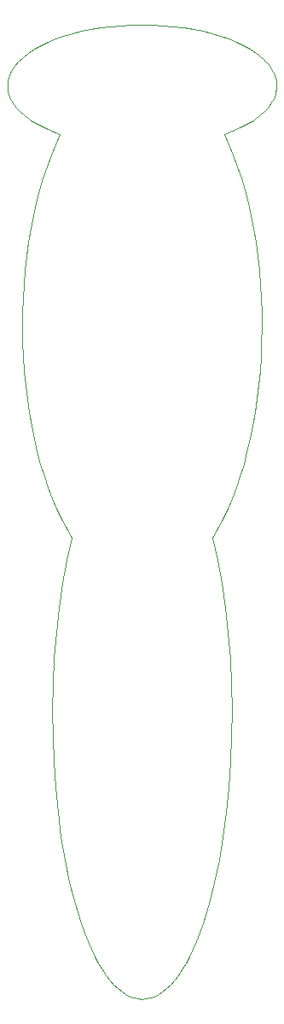
<source format=gm1>
%TF.GenerationSoftware,KiCad,Pcbnew,(6.99.0-3809-g2741d0eb4b)*%
%TF.CreationDate,2022-10-14T18:55:23-04:00*%
%TF.ProjectId,ButterflyBadge,42757474-6572-4666-9c79-42616467652e,rev?*%
%TF.SameCoordinates,Original*%
%TF.FileFunction,Profile,NP*%
%FSLAX46Y46*%
G04 Gerber Fmt 4.6, Leading zero omitted, Abs format (unit mm)*
G04 Created by KiCad (PCBNEW (6.99.0-3809-g2741d0eb4b)) date 2022-10-14 18:55:23*
%MOMM*%
%LPD*%
G01*
G04 APERTURE LIST*
%TA.AperFunction,Profile*%
%ADD10C,0.110000*%
%TD*%
G04 APERTURE END LIST*
D10*
X181973226Y-53064832D02*
X181996609Y-53297487D01*
X201992398Y-133928746D02*
X202526561Y-131837970D01*
X184287895Y-67078506D02*
X184066028Y-68409989D01*
X207965954Y-54882772D02*
X208123831Y-54662725D01*
X183930342Y-83922326D02*
X184129696Y-85277012D01*
X201061725Y-136790504D02*
X201387282Y-135881119D01*
X194927281Y-143361542D02*
X195334502Y-143390877D01*
X189607280Y-136790504D02*
X189943045Y-137641219D01*
X184618780Y-56520243D02*
X184937272Y-56705744D01*
X183633727Y-81138211D02*
X183764782Y-82541780D01*
X207381830Y-55524976D02*
X207594783Y-55314153D01*
X206738662Y-83922278D02*
X206904223Y-82541732D01*
X191200246Y-47161865D02*
X190232664Y-47323176D01*
X205043954Y-57061154D02*
X205731739Y-56705744D01*
X182102383Y-53759431D02*
X182184432Y-53988211D01*
X187825114Y-96777724D02*
X188349170Y-97660789D01*
X202989350Y-129625980D02*
X203380347Y-127309965D01*
X192133895Y-141513438D02*
X192522062Y-141953463D01*
X186741103Y-48280492D02*
X185982045Y-48591638D01*
X187549522Y-47996832D02*
X186741103Y-48280492D01*
X199294429Y-140457378D02*
X199664222Y-139841343D01*
X207607853Y-50516265D02*
X207389239Y-50298693D01*
X183766964Y-55935617D02*
X184033455Y-56134926D01*
X182080371Y-52128934D02*
X182023141Y-52363190D01*
X189943045Y-137641219D02*
X190288338Y-138433263D01*
X186550613Y-119909673D02*
X186723717Y-122434625D01*
X204071914Y-109629057D02*
X203873474Y-107099654D01*
X206635554Y-56134926D02*
X206902045Y-55935617D01*
X206381110Y-67078460D02*
X206126411Y-65775398D01*
X189281723Y-135881119D02*
X189607280Y-136790504D01*
X201387282Y-135881119D02*
X201992398Y-133928746D01*
X207214218Y-76827134D02*
X207200775Y-75388326D01*
X206050230Y-56520243D02*
X206351559Y-56329886D01*
X186855584Y-94843266D02*
X187327015Y-95837604D01*
X200026528Y-139166638D02*
X200380667Y-138433263D01*
X208629287Y-53529105D02*
X208672396Y-53297487D01*
X184923391Y-89157558D02*
X185250793Y-90380449D01*
X184937272Y-56705744D02*
X185272754Y-56886132D01*
X208682684Y-52597429D02*
X208645864Y-52363190D01*
X186597091Y-109629076D02*
X186473799Y-112191965D01*
X205839425Y-64503763D02*
X205520695Y-63266566D01*
X196400000Y-46885022D02*
X195334502Y-46865904D01*
X207990356Y-50966288D02*
X207808385Y-50738848D01*
X185625058Y-57061154D02*
X185994011Y-57230555D01*
X186379443Y-57394079D02*
X186781183Y-57551473D01*
X200380667Y-138433263D02*
X200725960Y-137641219D01*
X207131113Y-79714406D02*
X207191018Y-78273298D01*
X198535110Y-141513438D02*
X198917832Y-141014743D01*
X182376228Y-51428600D02*
X182256744Y-51661384D01*
X208699266Y-52831394D02*
X208682684Y-52597429D01*
X183061151Y-50516265D02*
X182678648Y-50966288D01*
X206946036Y-71146128D02*
X206791466Y-69766835D01*
X197754013Y-142334818D02*
X198146943Y-141953463D01*
X195334502Y-143390877D02*
X195741724Y-143361542D01*
X205170766Y-62066815D02*
X204790182Y-60907520D01*
X185994011Y-57230555D02*
X186379443Y-57394079D01*
X198470956Y-47034243D02*
X197446760Y-46941548D01*
X188403473Y-47741899D02*
X187549522Y-47996832D01*
X187327015Y-95837604D02*
X187825114Y-96777724D01*
X186795531Y-107099676D02*
X186597091Y-109629076D01*
X206041680Y-49291431D02*
X205392828Y-48929031D01*
X203599466Y-104620930D02*
X203249472Y-102210073D01*
X206306875Y-86602956D02*
X206539309Y-85276965D01*
X186450979Y-117349453D02*
X186550613Y-119909673D01*
X205745615Y-89157510D02*
X206042073Y-87897417D01*
X182405999Y-54440112D02*
X182545176Y-54662725D01*
X187679655Y-129625983D02*
X188142444Y-131837971D01*
X185276176Y-48929031D02*
X184627324Y-49291431D01*
X198917832Y-141014743D02*
X199294429Y-140457378D01*
X204379488Y-59791689D02*
X203939227Y-58722332D01*
X184039317Y-49677596D02*
X183515984Y-50086288D01*
X206899677Y-49879204D02*
X206629687Y-49677596D01*
X183074224Y-55314153D02*
X183287177Y-55524976D01*
X204118392Y-119909663D02*
X204218026Y-117349440D01*
X183517770Y-73959931D02*
X183468229Y-75388374D01*
X191374575Y-140457378D02*
X191751173Y-141014743D01*
X208672396Y-53297487D02*
X208695779Y-53064832D01*
X183287177Y-55524976D02*
X183518148Y-55732216D01*
X184066028Y-68409989D02*
X183877538Y-69766882D01*
X203249472Y-102210073D02*
X202823072Y-99884273D01*
X207150861Y-55732216D02*
X207381830Y-55524976D01*
X182879459Y-55100000D02*
X183074224Y-55314153D01*
X182158182Y-51894913D02*
X182080371Y-52128934D01*
X187069538Y-104620953D02*
X186795531Y-107099676D01*
X208645864Y-52363190D02*
X208588634Y-52128934D01*
X207200775Y-75388326D02*
X207151234Y-73959883D01*
X208383311Y-54215190D02*
X208484573Y-53988211D01*
X202526561Y-131837970D02*
X202989350Y-129625980D01*
X202823072Y-99884273D02*
X202319847Y-97660718D01*
X204289571Y-57394079D02*
X205043954Y-57061154D01*
X183602865Y-72544862D02*
X183517770Y-73959931D01*
X201387282Y-135881119D02*
X201387282Y-135881119D01*
X188142444Y-131837971D02*
X188676607Y-133928747D01*
X183877538Y-69766882D02*
X183722969Y-71146176D01*
X204673432Y-92703230D02*
X205060582Y-91563253D01*
X193712422Y-142921517D02*
X194115560Y-143126862D01*
X207789548Y-55100000D02*
X207965954Y-54882772D01*
X207389239Y-50298693D02*
X207153020Y-50086288D01*
X208123831Y-54662725D02*
X208263007Y-54440112D01*
X190642477Y-139166638D02*
X191004783Y-139841343D01*
X189299130Y-47516934D02*
X188403473Y-47741899D01*
X184627324Y-49291431D02*
X184039317Y-49677596D01*
X207151234Y-73959883D02*
X207066140Y-72544814D01*
X187288658Y-127309969D02*
X187679655Y-129625983D01*
X194269005Y-46885022D02*
X193222245Y-46941548D01*
X206602976Y-68409942D02*
X206381110Y-67078460D01*
X184129696Y-85277012D02*
X184362130Y-86603004D01*
X181969739Y-52831394D02*
X181973226Y-53064832D01*
X204790182Y-60907520D02*
X204379488Y-59791689D01*
X202843900Y-96777677D02*
X203341998Y-95837557D01*
X203119483Y-47996832D02*
X202265531Y-47741899D01*
X206791466Y-69766835D02*
X206602976Y-68409942D01*
X206629687Y-49677596D02*
X206041680Y-49291431D01*
X183468229Y-75388374D02*
X183454786Y-76827182D01*
X204243771Y-114771139D02*
X204195206Y-112191948D01*
X182516806Y-51196816D02*
X182376228Y-51428600D01*
X195334502Y-46865904D02*
X194269005Y-46885022D01*
X207191018Y-78273298D02*
X207214218Y-76827134D01*
X206126411Y-65775398D02*
X205839425Y-64503763D01*
X203873474Y-107099654D02*
X203599466Y-104620930D01*
X197357000Y-142657502D02*
X197754013Y-142334818D01*
X185995577Y-92703279D02*
X186411533Y-93797545D01*
X189281723Y-135881119D02*
X189281723Y-135881119D01*
X185608426Y-91563301D02*
X185995577Y-92703279D01*
X192522062Y-141953463D02*
X192914992Y-142334818D01*
X203945288Y-122434617D02*
X204118392Y-119909663D01*
X186289518Y-59791721D02*
X185878823Y-60907555D01*
X201369875Y-47516934D02*
X200436341Y-47323176D01*
X197446760Y-46941548D02*
X196400000Y-46885022D01*
X187845932Y-99884298D02*
X187419532Y-102210097D01*
X182678648Y-50966288D02*
X182678648Y-50966288D01*
X184829580Y-64503805D02*
X184542594Y-65775441D01*
X208510823Y-51894913D02*
X208412261Y-51661384D01*
X186969872Y-124907120D02*
X187288658Y-127309969D01*
X183454786Y-76827182D02*
X183477986Y-78273346D01*
X182023141Y-52363190D02*
X181986321Y-52597429D01*
X206351559Y-56329886D02*
X206635554Y-56134926D01*
X204218026Y-117349440D02*
X204243771Y-114771139D01*
X203380347Y-127309965D02*
X203699133Y-124907115D01*
X183477986Y-78273346D02*
X183537891Y-79714454D01*
X208566622Y-53759431D02*
X208629287Y-53529105D01*
X202265531Y-47741899D02*
X201369875Y-47516934D01*
X203341998Y-95837557D02*
X203813427Y-94843218D01*
X192914992Y-142334818D02*
X193312005Y-142657502D01*
X195741724Y-143361542D02*
X196148265Y-143273537D01*
X206904223Y-82541732D02*
X207035277Y-81138163D01*
X182703052Y-54882772D02*
X182879459Y-55100000D01*
X184033455Y-56134926D02*
X184317451Y-56329886D01*
X185878823Y-60907555D02*
X185498239Y-62066853D01*
X207191018Y-78273298D02*
X207191018Y-78273298D01*
X198146943Y-141953463D02*
X198535110Y-141513438D01*
X205731739Y-56705744D02*
X206050230Y-56520243D01*
X183518148Y-55732216D02*
X183766964Y-55935617D01*
X199664222Y-139841343D02*
X200026528Y-139166638D01*
X196553445Y-143126862D02*
X196956583Y-142921517D01*
X203939227Y-58722332D02*
X203469945Y-57702458D01*
X186411533Y-93797545D02*
X186855584Y-94843266D01*
X207066140Y-72544814D02*
X206946036Y-71146128D01*
X182678648Y-50966288D02*
X182516806Y-51196816D01*
X208484573Y-53988211D02*
X208566622Y-53759431D01*
X183515984Y-50086288D02*
X183061151Y-50516265D01*
X184542594Y-65775441D02*
X184287895Y-67078506D01*
X194115560Y-143126862D02*
X194520740Y-143273537D01*
X203699133Y-124907115D02*
X203945288Y-122434617D01*
X183764782Y-82541780D02*
X183930342Y-83922326D01*
X183722969Y-71146176D02*
X183602865Y-72544862D01*
X188349157Y-97660743D02*
X187845932Y-99884298D01*
X204257476Y-93797497D02*
X204673432Y-92703230D01*
X182039719Y-53529105D02*
X182102383Y-53759431D01*
X196148265Y-143273537D02*
X196553445Y-143126862D01*
X206539309Y-85276965D02*
X206738662Y-83922278D01*
X190288338Y-138433263D02*
X190642477Y-139166638D01*
X200725960Y-137641219D02*
X201061725Y-136790504D01*
X194520740Y-143273537D02*
X194927281Y-143361542D01*
X186723717Y-122434625D02*
X186969872Y-124907120D01*
X207808385Y-50738848D02*
X207607853Y-50516265D01*
X207990356Y-50966288D02*
X207990356Y-50966288D01*
X207153020Y-50086288D02*
X206899677Y-49879204D01*
X182545176Y-54662725D02*
X182703052Y-54882772D01*
X196956583Y-142921517D02*
X197357000Y-142657502D01*
X187419532Y-102210097D02*
X187069538Y-104620953D01*
X192198049Y-47034243D02*
X191200246Y-47161865D01*
X202319847Y-97660743D02*
X202843900Y-96777677D01*
X205060582Y-91563253D02*
X205418214Y-90380401D01*
X206902045Y-55935617D02*
X207150861Y-55732216D01*
X205392828Y-48929031D02*
X204686960Y-48591638D01*
X204195206Y-112191948D02*
X204071914Y-109629057D01*
X183537891Y-79714454D02*
X183633727Y-81138211D01*
X181996609Y-53297487D02*
X182039719Y-53529105D01*
X191004783Y-139841343D02*
X191374575Y-140457378D01*
X193312005Y-142657502D02*
X193712422Y-142921517D01*
X185982045Y-48591638D02*
X185276176Y-48929031D01*
X203469955Y-57702482D02*
X204289571Y-57394079D01*
X208412261Y-51661384D02*
X208292776Y-51428600D01*
X187199060Y-57702482D02*
X186729778Y-58722361D01*
X207594783Y-55314153D02*
X207789548Y-55100000D01*
X208695779Y-53064832D02*
X208699266Y-52831394D01*
X208152198Y-51196816D02*
X207990356Y-50966288D01*
X190232664Y-47323176D02*
X189299130Y-47516934D01*
X183477986Y-78273346D02*
X183477986Y-78273346D01*
X185148310Y-63266606D02*
X184829580Y-64503805D01*
X191751173Y-141014743D02*
X192133895Y-141513438D01*
X208292776Y-51428600D02*
X208152198Y-51196816D01*
X186781183Y-57551473D02*
X187199060Y-57702482D01*
X203813427Y-94843218D02*
X204257476Y-93797497D01*
X203927902Y-48280492D02*
X203119483Y-47996832D01*
X182256744Y-51661384D02*
X182158182Y-51894913D01*
X195334502Y-46865904D02*
X195334502Y-46865904D01*
X200436341Y-47323176D02*
X199468759Y-47161865D01*
X182184432Y-53988211D02*
X182285695Y-54215190D01*
X181986321Y-52597429D02*
X181969739Y-52831394D01*
X186425234Y-114771154D02*
X186450979Y-117349453D01*
X205418214Y-90380401D02*
X205745615Y-89157510D01*
X182285695Y-54215190D02*
X182405999Y-54440112D01*
X208263007Y-54440112D02*
X208383311Y-54215190D01*
X188676607Y-133928747D02*
X189281723Y-135881119D01*
X193222245Y-46941548D02*
X192198049Y-47034243D01*
X185498239Y-62066853D02*
X185148310Y-63266606D01*
X186473799Y-112191965D02*
X186425234Y-114771154D01*
X208588634Y-52128934D02*
X208510823Y-51894913D01*
X205520695Y-63266566D02*
X205170766Y-62066815D01*
X185272754Y-56886132D02*
X185625058Y-57061154D01*
X186729778Y-58722361D02*
X186289518Y-59791721D01*
X185250793Y-90380449D02*
X185608426Y-91563301D01*
X207035277Y-81138163D02*
X207131113Y-79714406D01*
X206042073Y-87897417D02*
X206306875Y-86602956D01*
X204686960Y-48591638D02*
X203927902Y-48280492D01*
X184626933Y-87897465D02*
X184923391Y-89157558D01*
X184362130Y-86603004D02*
X184626933Y-87897465D01*
X199468759Y-47161865D02*
X198470956Y-47034243D01*
X184317451Y-56329886D02*
X184618780Y-56520243D01*
M02*

</source>
